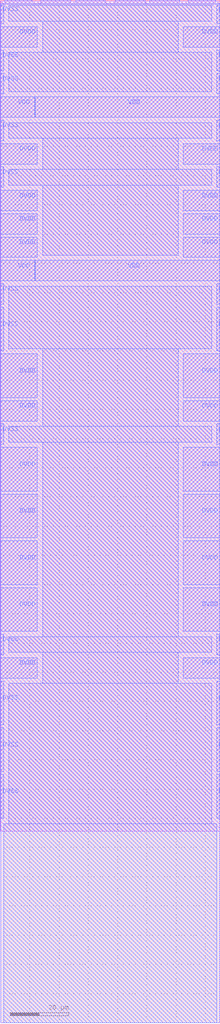
<source format=lef>
VERSION 5.7 ;
  NOWIREEXTENSIONATPIN ON ;
  DIVIDERCHAR "/" ;
  BUSBITCHARS "[]" ;
MACRO gf180mcu_fd_io__dvss
  CLASS PAD POWER ;
  FOREIGN gf180mcu_fd_io__dvss ;
  ORIGIN 0.000 0.000 ;
  SIZE 75.000 BY 350.000 ;
  SYMMETRY X Y R90 ;
  SITE GF_IO_Site ;
  PIN DVDD
    DIRECTION INOUT ;
    USE POWER ;
    PORT
      LAYER Metal3 ;
        RECT 62.490 118.000 75.000 125.000 ;
    END
    PORT
      LAYER Metal3 ;
        RECT 62.490 182.000 75.000 197.000 ;
    END
    PORT
      LAYER Metal3 ;
        RECT 62.490 166.000 75.000 181.000 ;
    END
    PORT
      LAYER Metal3 ;
        RECT 62.490 150.000 75.000 165.000 ;
    END
    PORT
      LAYER Metal3 ;
        RECT 62.490 134.000 75.000 149.000 ;
    END
    PORT
      LAYER Metal3 ;
        RECT 62.490 214.000 75.000 229.000 ;
    END
    PORT
      LAYER Metal3 ;
        RECT 62.490 206.000 75.000 213.000 ;
    END
    PORT
      LAYER Metal3 ;
        RECT 62.490 278.000 75.000 285.000 ;
    END
    PORT
      LAYER Metal3 ;
        RECT 62.490 270.000 75.000 277.000 ;
    END
    PORT
      LAYER Metal3 ;
        RECT 62.490 262.000 75.000 269.000 ;
    END
    PORT
      LAYER Metal3 ;
        RECT 62.490 294.000 75.000 301.000 ;
    END
    PORT
      LAYER Metal3 ;
        RECT 62.490 334.000 75.000 341.000 ;
    END
    PORT
      LAYER Metal3 ;
        RECT 0.000 334.000 12.510 341.000 ;
    END
    PORT
      LAYER Metal3 ;
        RECT 0.000 294.000 12.510 301.000 ;
    END
    PORT
      LAYER Metal3 ;
        RECT 0.000 262.000 12.510 269.000 ;
    END
    PORT
      LAYER Metal3 ;
        RECT 0.000 270.000 12.510 277.000 ;
    END
    PORT
      LAYER Metal3 ;
        RECT 0.000 278.000 12.510 285.000 ;
    END
    PORT
      LAYER Metal3 ;
        RECT 0.000 206.000 12.510 213.000 ;
    END
    PORT
      LAYER Metal3 ;
        RECT 0.000 214.000 12.510 229.000 ;
    END
    PORT
      LAYER Metal3 ;
        RECT 0.000 134.000 12.510 149.000 ;
    END
    PORT
      LAYER Metal3 ;
        RECT 0.000 150.000 12.510 165.000 ;
    END
    PORT
      LAYER Metal3 ;
        RECT 0.000 166.000 12.510 181.000 ;
    END
    PORT
      LAYER Metal3 ;
        RECT 0.000 182.000 12.510 197.000 ;
    END
    PORT
      LAYER Metal3 ;
        RECT 0.000 118.000 12.510 125.000 ;
    END
  END DVDD
  PIN DVSS
    DIRECTION INOUT ;
    USE GROUND ;
    PORT
      LAYER Metal3 ;
        RECT 74.000 102.000 75.000 117.000 ;
    END
    PORT
      LAYER Metal3 ;
        RECT 74.000 86.000 75.000 101.000 ;
    END
    PORT
      LAYER Metal3 ;
        RECT 74.000 70.000 75.000 85.000 ;
    END
    PORT
      LAYER Metal3 ;
        RECT 74.000 126.000 75.000 133.000 ;
    END
    PORT
      LAYER Metal3 ;
        RECT 74.000 198.000 75.000 205.000 ;
    END
    PORT
      LAYER Metal3 ;
        RECT 74.000 230.000 75.000 245.000 ;
    END
    PORT
      LAYER Metal3 ;
        RECT 74.000 246.000 75.000 253.000 ;
    END
    PORT
      LAYER Metal3 ;
        RECT 74.000 286.000 75.000 293.000 ;
    END
    PORT
      LAYER Metal3 ;
        RECT 74.000 302.000 75.000 309.000 ;
    END
    PORT
      LAYER Metal3 ;
        RECT 74.000 318.000 75.000 325.000 ;
    END
    PORT
      LAYER Metal3 ;
        RECT 74.000 326.000 75.000 333.000 ;
    END
    PORT
      LAYER Metal3 ;
        RECT 74.000 342.000 75.000 348.390 ;
    END
    PORT
      LAYER Metal2 ;
        RECT 1.360 349.000 10.860 350.000 ;
    END
    PORT
      LAYER Metal2 ;
        RECT 13.760 349.000 24.010 350.000 ;
    END
    PORT
      LAYER Metal2 ;
        RECT 25.610 349.000 35.860 350.000 ;
    END
    PORT
      LAYER Metal2 ;
        RECT 39.140 349.000 49.390 350.000 ;
    END
    PORT
      LAYER Metal2 ;
        RECT 50.990 349.000 61.240 350.000 ;
    END
    PORT
      LAYER Metal3 ;
        RECT 0.000 342.000 1.000 348.390 ;
    END
    PORT
      LAYER Metal3 ;
        RECT 0.000 326.000 1.000 333.000 ;
    END
    PORT
      LAYER Metal3 ;
        RECT 0.000 318.000 1.000 325.000 ;
    END
    PORT
      LAYER Metal3 ;
        RECT 0.000 302.000 1.000 309.000 ;
    END
    PORT
      LAYER Metal3 ;
        RECT 0.000 286.000 1.000 293.000 ;
    END
    PORT
      LAYER Metal3 ;
        RECT 0.000 246.000 1.000 253.000 ;
    END
    PORT
      LAYER Metal3 ;
        RECT 0.000 230.000 1.000 245.000 ;
    END
    PORT
      LAYER Metal3 ;
        RECT 0.000 198.000 1.000 205.000 ;
    END
    PORT
      LAYER Metal3 ;
        RECT 0.000 126.000 1.000 133.000 ;
    END
    PORT
      LAYER Metal3 ;
        RECT 0.000 70.000 1.000 85.000 ;
    END
    PORT
      LAYER Metal3 ;
        RECT 0.000 86.000 1.000 101.000 ;
    END
    PORT
      LAYER Metal3 ;
        RECT 0.000 102.000 1.000 117.000 ;
    END
    PORT
      LAYER Metal2 ;
        RECT 64.140 349.000 73.640 350.000 ;
    END
  END DVSS
  PIN VDD
    DIRECTION INOUT ;
    USE POWER ;
    PORT
      LAYER Metal3 ;
        RECT 11.845 254.000 75.000 261.000 ;
    END
    PORT
      LAYER Metal3 ;
        RECT 11.845 310.000 75.000 317.000 ;
    END
    PORT
      LAYER Metal3 ;
        RECT 0.000 310.000 11.565 317.000 ;
    END
    PORT
      LAYER Metal3 ;
        RECT 0.000 254.000 11.565 261.000 ;
    END
  END VDD
  OBS
      LAYER Metal1 ;
        RECT -0.160 65.540 75.160 349.785 ;
      LAYER Metal2 ;
        RECT 0.000 348.700 1.060 349.000 ;
        RECT 11.160 348.700 13.460 349.000 ;
        RECT 24.310 348.700 25.310 349.000 ;
        RECT 36.160 348.700 38.840 349.000 ;
        RECT 49.690 348.700 50.690 349.000 ;
        RECT 61.540 348.700 63.840 349.000 ;
        RECT 73.940 348.700 75.000 349.000 ;
        RECT 0.000 0.000 75.000 348.700 ;
      LAYER Metal3 ;
        RECT 2.800 342.800 72.200 348.390 ;
        RECT 14.310 332.200 60.690 342.800 ;
        RECT 2.800 318.800 72.200 332.200 ;
        RECT 2.800 302.800 72.200 308.200 ;
        RECT 14.310 292.200 60.690 302.800 ;
        RECT 2.800 286.800 72.200 292.200 ;
        RECT 14.310 262.800 60.690 286.800 ;
        RECT 2.800 230.800 72.200 252.200 ;
        RECT 14.310 204.200 60.690 230.800 ;
        RECT 2.800 198.800 72.200 204.200 ;
        RECT 14.310 132.200 60.690 198.800 ;
        RECT 2.800 126.800 72.200 132.200 ;
        RECT 14.310 116.200 60.690 126.800 ;
        RECT 2.800 68.200 72.200 116.200 ;
        RECT 1.000 0.000 74.000 68.200 ;
  END
END gf180mcu_fd_io__dvss
END LIBRARY


</source>
